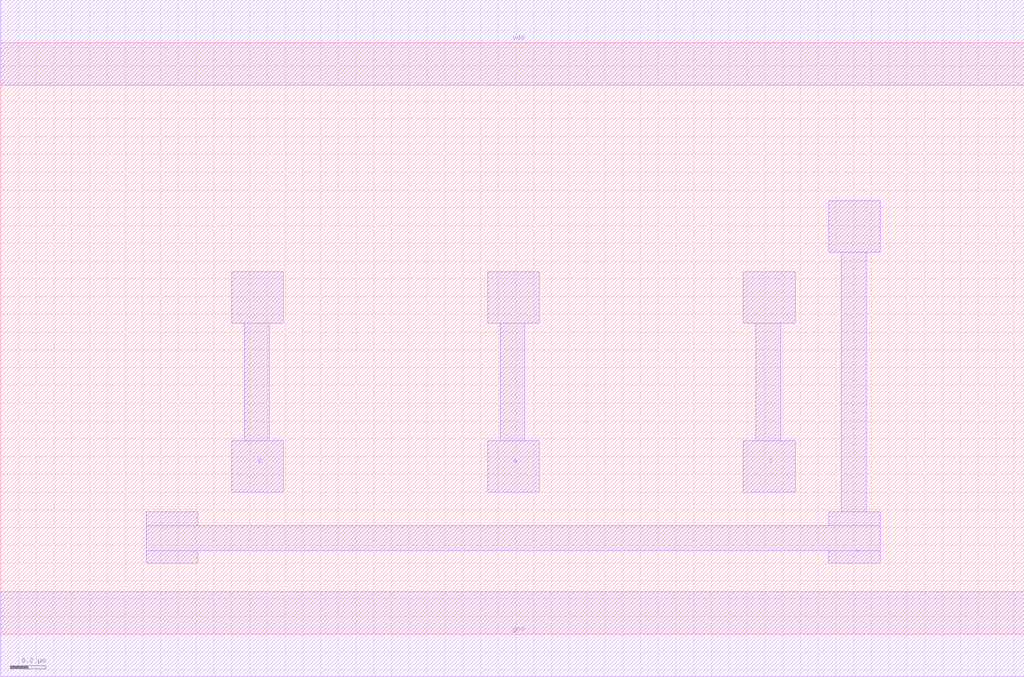
<source format=lef>
VERSION 5.7 ;
  NOWIREEXTENSIONATPIN ON ;
  DIVIDERCHAR "/" ;
  BUSBITCHARS "[]" ;
MACRO AOI21X1
  CLASS CORE ;
  FOREIGN AOI21X1 ;
  ORIGIN 0.000 0.000 ;
  SIZE 5.760 BY 3.330 ;
  SYMMETRY X Y R90 ;
  SITE unit ;
  PIN vdd
    DIRECTION INOUT ;
    USE POWER ;
    SHAPE ABUTMENT ;
    PORT
      LAYER met1 ;
        RECT 0.000 3.090 5.760 3.570 ;
    END
  END vdd
  PIN gnd
    DIRECTION INOUT ;
    USE GROUND ;
    SHAPE ABUTMENT ;
    PORT
      LAYER met1 ;
        RECT 0.000 -0.240 5.760 0.240 ;
    END
  END gnd
  PIN Y
    DIRECTION INOUT ;
    USE SIGNAL ;
    SHAPE ABUTMENT ;
    PORT
      LAYER met1 ;
        RECT 4.660 2.150 4.950 2.440 ;
        RECT 4.730 0.690 4.870 2.150 ;
        RECT 0.820 0.610 1.110 0.690 ;
        RECT 4.660 0.610 4.950 0.690 ;
        RECT 0.820 0.470 4.950 0.610 ;
        RECT 0.820 0.400 1.110 0.470 ;
        RECT 4.660 0.400 4.950 0.470 ;
    END
  END Y
  PIN B
    DIRECTION INOUT ;
    USE SIGNAL ;
    SHAPE ABUTMENT ;
    PORT
      LAYER met1 ;
        RECT 1.300 1.750 1.590 2.040 ;
        RECT 1.370 1.090 1.510 1.750 ;
        RECT 1.300 0.800 1.590 1.090 ;
    END
  END B
  PIN A
    DIRECTION INOUT ;
    USE SIGNAL ;
    SHAPE ABUTMENT ;
    PORT
      LAYER met1 ;
        RECT 2.740 1.750 3.030 2.040 ;
        RECT 2.810 1.090 2.950 1.750 ;
        RECT 2.740 0.800 3.030 1.090 ;
    END
  END A
  PIN C
    DIRECTION INOUT ;
    USE SIGNAL ;
    SHAPE ABUTMENT ;
    PORT
      LAYER met1 ;
        RECT 4.180 1.750 4.470 2.040 ;
        RECT 4.250 1.090 4.390 1.750 ;
        RECT 4.180 0.800 4.470 1.090 ;
    END
  END C
END AOI21X1
END LIBRARY


</source>
